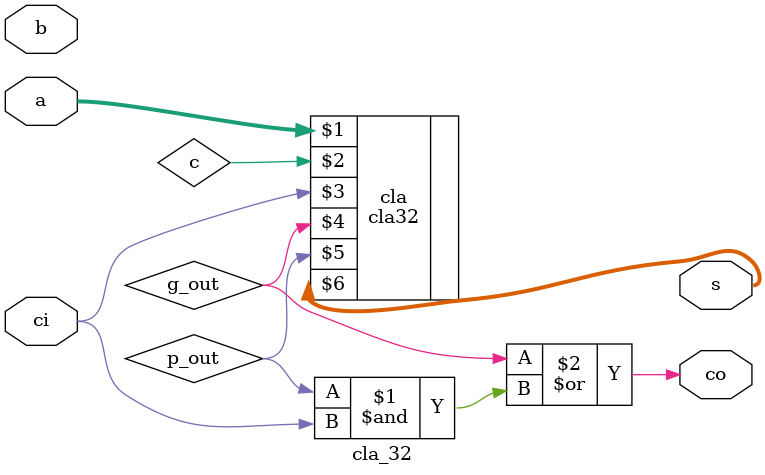
<source format=v>
`timescale 1ns / 1ps


module cla_32(
input [31:0] a,
input [31:0] b,
input ci,
output [31:0] s,
output co
    );
    wire g_out,p_out;
    cla32 cla(a,c,ci,g_out,p_out,s);
    assign co=g_out|p_out&ci;
endmodule

</source>
